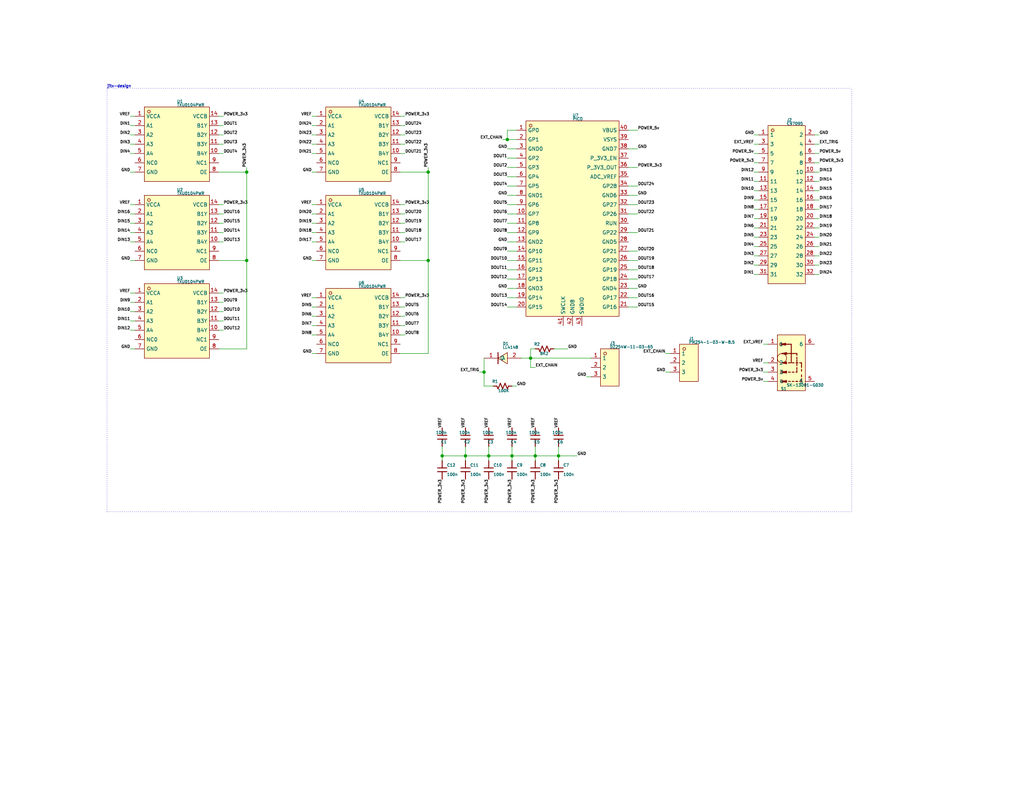
<source format=kicad_sch>
(kicad_sch (version 20230121) (generator jitx)
  (paper "A")
  (wire (pts (xy 59.69 95.25) (xy 67.31 95.25)) (stroke (width 0.127)))
  (wire (pts (xy 59.69 71.12) (xy 67.31 71.12)) (stroke (width 0.127)))
  (wire (pts (xy 59.69 46.99) (xy 67.31 46.99)) (stroke (width 0.127)))
  (wire (pts (xy 67.31 95.25) (xy 67.31 71.12)) (stroke (width 0.127)))
  (wire (pts (xy 67.31 46.99) (xy 67.31 45.72)) (stroke (width 0.127)))
  (wire (pts (xy 67.31 71.12) (xy 67.31 46.99)) (stroke (width 0.127)))
  (wire (pts (xy 59.69 66.04) (xy 60.96 66.04)) (stroke (width 0.127)))
  (wire (pts (xy 59.69 63.5) (xy 60.96 63.5)) (stroke (width 0.127)))
  (wire (pts (xy 59.69 60.96) (xy 60.96 60.96)) (stroke (width 0.127)))
  (wire (pts (xy 59.69 58.42) (xy 60.96 58.42)) (stroke (width 0.127)))
  (wire (pts (xy 35.56 55.88) (xy 36.83 55.88)) (stroke (width 0.127)))
  (wire (pts (xy 59.69 55.88) (xy 60.96 55.88)) (stroke (width 0.127)))
  (wire (pts (xy 35.56 58.42) (xy 36.83 58.42)) (stroke (width 0.127)))
  (wire (pts (xy 35.56 60.96) (xy 36.83 60.96)) (stroke (width 0.127)))
  (wire (pts (xy 35.56 63.5) (xy 36.83 63.5)) (stroke (width 0.127)))
  (wire (pts (xy 35.56 66.04) (xy 36.83 66.04)) (stroke (width 0.127)))
  (wire (pts (xy 35.56 71.12) (xy 36.83 71.12)) (stroke (width 0.127)))
  (wire (pts (xy 35.56 39.37) (xy 36.83 39.37)) (stroke (width 0.127)))
  (wire (pts (xy 35.56 41.91) (xy 36.83 41.91)) (stroke (width 0.127)))
  (wire (pts (xy 59.69 41.91) (xy 60.96 41.91)) (stroke (width 0.127)))
  (wire (pts (xy 59.69 39.37) (xy 60.96 39.37)) (stroke (width 0.127)))
  (wire (pts (xy 59.69 36.83) (xy 60.96 36.83)) (stroke (width 0.127)))
  (wire (pts (xy 59.69 34.29) (xy 60.96 34.29)) (stroke (width 0.127)))
  (wire (pts (xy 35.56 46.99) (xy 36.83 46.99)) (stroke (width 0.127)))
  (wire (pts (xy 59.69 31.75) (xy 60.96 31.75)) (stroke (width 0.127)))
  (wire (pts (xy 35.56 31.75) (xy 36.83 31.75)) (stroke (width 0.127)))
  (wire (pts (xy 35.56 34.29) (xy 36.83 34.29)) (stroke (width 0.127)))
  (wire (pts (xy 35.56 36.83) (xy 36.83 36.83)) (stroke (width 0.127)))
  (wire (pts (xy 59.69 82.55) (xy 60.96 82.55)) (stroke (width 0.127)))
  (wire (pts (xy 35.56 95.25) (xy 36.83 95.25)) (stroke (width 0.127)))
  (wire (pts (xy 59.69 80.01) (xy 60.96 80.01)) (stroke (width 0.127)))
  (wire (pts (xy 35.56 80.01) (xy 36.83 80.01)) (stroke (width 0.127)))
  (wire (pts (xy 35.56 90.17) (xy 36.83 90.17)) (stroke (width 0.127)))
  (wire (pts (xy 35.56 82.55) (xy 36.83 82.55)) (stroke (width 0.127)))
  (wire (pts (xy 35.56 85.09) (xy 36.83 85.09)) (stroke (width 0.127)))
  (wire (pts (xy 35.56 87.63) (xy 36.83 87.63)) (stroke (width 0.127)))
  (wire (pts (xy 59.69 90.17) (xy 60.96 90.17)) (stroke (width 0.127)))
  (wire (pts (xy 59.69 87.63) (xy 60.96 87.63)) (stroke (width 0.127)))
  (wire (pts (xy 59.69 85.09) (xy 60.96 85.09)) (stroke (width 0.127)))
  (wire (pts (xy 109.22 71.12) (xy 116.84 71.12)) (stroke (width 0.127)))
  (wire (pts (xy 109.22 96.52) (xy 116.84 96.52)) (stroke (width 0.127)))
  (wire (pts (xy 109.22 46.99) (xy 116.84 46.99)) (stroke (width 0.127)))
  (wire (pts (xy 116.84 96.52) (xy 116.84 71.12)) (stroke (width 0.127)))
  (wire (pts (xy 116.84 71.12) (xy 116.84 46.99)) (stroke (width 0.127)))
  (wire (pts (xy 116.84 46.99) (xy 116.84 45.72)) (stroke (width 0.127)))
  (wire (pts (xy 85.09 39.37) (xy 86.36 39.37)) (stroke (width 0.127)))
  (wire (pts (xy 85.09 41.91) (xy 86.36 41.91)) (stroke (width 0.127)))
  (wire (pts (xy 109.22 41.91) (xy 110.49 41.91)) (stroke (width 0.127)))
  (wire (pts (xy 109.22 39.37) (xy 110.49 39.37)) (stroke (width 0.127)))
  (wire (pts (xy 109.22 58.42) (xy 110.49 58.42)) (stroke (width 0.127)))
  (wire (pts (xy 109.22 55.88) (xy 110.49 55.88)) (stroke (width 0.127)))
  (wire (pts (xy 85.09 55.88) (xy 86.36 55.88)) (stroke (width 0.127)))
  (wire (pts (xy 85.09 58.42) (xy 86.36 58.42)) (stroke (width 0.127)))
  (wire (pts (xy 85.09 60.96) (xy 86.36 60.96)) (stroke (width 0.127)))
  (wire (pts (xy 85.09 63.5) (xy 86.36 63.5)) (stroke (width 0.127)))
  (wire (pts (xy 85.09 66.04) (xy 86.36 66.04)) (stroke (width 0.127)))
  (wire (pts (xy 109.22 66.04) (xy 110.49 66.04)) (stroke (width 0.127)))
  (wire (pts (xy 109.22 63.5) (xy 110.49 63.5)) (stroke (width 0.127)))
  (wire (pts (xy 85.09 71.12) (xy 86.36 71.12)) (stroke (width 0.127)))
  (wire (pts (xy 109.22 60.96) (xy 110.49 60.96)) (stroke (width 0.127)))
  (wire (pts (xy 85.09 88.9) (xy 86.36 88.9)) (stroke (width 0.127)))
  (wire (pts (xy 85.09 91.44) (xy 86.36 91.44)) (stroke (width 0.127)))
  (wire (pts (xy 85.09 81.28) (xy 86.36 81.28)) (stroke (width 0.127)))
  (wire (pts (xy 109.22 81.28) (xy 110.49 81.28)) (stroke (width 0.127)))
  (wire (pts (xy 109.22 91.44) (xy 110.49 91.44)) (stroke (width 0.127)))
  (wire (pts (xy 109.22 88.9) (xy 110.49 88.9)) (stroke (width 0.127)))
  (wire (pts (xy 109.22 36.83) (xy 110.49 36.83)) (stroke (width 0.127)))
  (wire (pts (xy 109.22 86.36) (xy 110.49 86.36)) (stroke (width 0.127)))
  (wire (pts (xy 109.22 34.29) (xy 110.49 34.29)) (stroke (width 0.127)))
  (wire (pts (xy 109.22 83.82) (xy 110.49 83.82)) (stroke (width 0.127)))
  (wire (pts (xy 85.09 46.99) (xy 86.36 46.99)) (stroke (width 0.127)))
  (wire (pts (xy 85.09 96.52) (xy 86.36 96.52)) (stroke (width 0.127)))
  (wire (pts (xy 85.09 83.82) (xy 86.36 83.82)) (stroke (width 0.127)))
  (wire (pts (xy 109.22 31.75) (xy 110.49 31.75)) (stroke (width 0.127)))
  (wire (pts (xy 85.09 86.36) (xy 86.36 86.36)) (stroke (width 0.127)))
  (wire (pts (xy 85.09 31.75) (xy 86.36 31.75)) (stroke (width 0.127)))
  (wire (pts (xy 85.09 34.29) (xy 86.36 34.29)) (stroke (width 0.127)))
  (wire (pts (xy 85.09 36.83) (xy 86.36 36.83)) (stroke (width 0.127)))
  (wire (pts (xy 205.74 46.99) (xy 207.01 46.99)) (stroke (width 0.127)))
  (wire (pts (xy 205.74 57.15) (xy 207.01 57.15)) (stroke (width 0.127)))
  (wire (pts (xy 222.25 64.77) (xy 223.52 64.77)) (stroke (width 0.127)))
  (wire (pts (xy 222.25 41.91) (xy 223.52 41.91)) (stroke (width 0.127)))
  (wire (pts (xy 222.25 46.99) (xy 223.52 46.99)) (stroke (width 0.127)))
  (wire (pts (xy 222.25 44.45) (xy 223.52 44.45)) (stroke (width 0.127)))
  (wire (pts (xy 205.74 59.69) (xy 207.01 59.69)) (stroke (width 0.127)))
  (wire (pts (xy 222.25 59.69) (xy 223.52 59.69)) (stroke (width 0.127)))
  (wire (pts (xy 222.25 36.83) (xy 223.52 36.83)) (stroke (width 0.127)))
  (wire (pts (xy 205.74 67.31) (xy 207.01 67.31)) (stroke (width 0.127)))
  (wire (pts (xy 205.74 74.93) (xy 207.01 74.93)) (stroke (width 0.127)))
  (wire (pts (xy 222.25 67.31) (xy 223.52 67.31)) (stroke (width 0.127)))
  (wire (pts (xy 205.74 49.53) (xy 207.01 49.53)) (stroke (width 0.127)))
  (wire (pts (xy 205.74 69.85) (xy 207.01 69.85)) (stroke (width 0.127)))
  (wire (pts (xy 205.74 62.23) (xy 207.01 62.23)) (stroke (width 0.127)))
  (wire (pts (xy 222.25 62.23) (xy 223.52 62.23)) (stroke (width 0.127)))
  (wire (pts (xy 222.25 49.53) (xy 223.52 49.53)) (stroke (width 0.127)))
  (wire (pts (xy 205.74 54.61) (xy 207.01 54.61)) (stroke (width 0.127)))
  (wire (pts (xy 205.74 64.77) (xy 207.01 64.77)) (stroke (width 0.127)))
  (wire (pts (xy 205.74 52.07) (xy 207.01 52.07)) (stroke (width 0.127)))
  (wire (pts (xy 222.25 72.39) (xy 223.52 72.39)) (stroke (width 0.127)))
  (wire (pts (xy 222.25 54.61) (xy 223.52 54.61)) (stroke (width 0.127)))
  (wire (pts (xy 205.74 44.45) (xy 207.01 44.45)) (stroke (width 0.127)))
  (wire (pts (xy 222.25 39.37) (xy 223.52 39.37)) (stroke (width 0.127)))
  (wire (pts (xy 205.74 72.39) (xy 207.01 72.39)) (stroke (width 0.127)))
  (wire (pts (xy 205.74 36.83) (xy 207.01 36.83)) (stroke (width 0.127)))
  (wire (pts (xy 222.25 69.85) (xy 223.52 69.85)) (stroke (width 0.127)))
  (wire (pts (xy 222.25 74.93) (xy 223.52 74.93)) (stroke (width 0.127)))
  (wire (pts (xy 205.74 39.37) (xy 207.01 39.37)) (stroke (width 0.127)))
  (wire (pts (xy 205.74 41.91) (xy 207.01 41.91)) (stroke (width 0.127)))
  (wire (pts (xy 222.25 52.07) (xy 223.52 52.07)) (stroke (width 0.127)))
  (wire (pts (xy 222.25 57.15) (xy 223.52 57.15)) (stroke (width 0.127)))
  (wire (pts (xy 151.13 95.25) (xy 154.94 95.25)) (stroke (width 0.127)))
  (wire (pts (xy 132.08 105.41) (xy 134.62 105.41)) (stroke (width 0.127)))
  (wire (pts (xy 130.81 101.6) (xy 132.08 101.6)) (stroke (width 0.127)))
  (wire (pts (xy 132.08 101.6) (xy 132.08 97.79)) (stroke (width 0.127)))
  (wire (pts (xy 132.08 105.41) (xy 132.08 101.6)) (stroke (width 0.127)))
  (wire (pts (xy 139.7 105.41) (xy 140.97 105.41)) (stroke (width 0.127)))
  (wire (pts (xy 142.24 97.79) (xy 144.78 97.79)) (stroke (width 0.127)))
  (wire (pts (xy 144.78 95.25) (xy 146.05 95.25)) (stroke (width 0.127)))
  (wire (pts (xy 144.78 100.33) (xy 146.05 100.33)) (stroke (width 0.127)))
  (wire (pts (xy 144.78 97.79) (xy 161.29 97.79)) (stroke (width 0.127)))
  (wire (pts (xy 144.78 97.79) (xy 144.78 95.25)) (stroke (width 0.127)))
  (wire (pts (xy 144.78 100.33) (xy 144.78 97.79)) (stroke (width 0.127)))
  (wire (pts (xy 160.02 102.87) (xy 161.29 102.87)) (stroke (width 0.127)))
  (wire (pts (xy 181.61 101.6) (xy 182.88 101.6)) (stroke (width 0.127)))
  (wire (pts (xy 181.61 96.52) (xy 182.88 96.52)) (stroke (width 0.127)))
  (wire (pts (xy 208.28 99.06) (xy 209.55 99.06)) (stroke (width 0.127)))
  (wire (pts (xy 208.28 101.6) (xy 209.55 101.6)) (stroke (width 0.127)))
  (wire (pts (xy 208.28 104.14) (xy 209.55 104.14)) (stroke (width 0.127)))
  (wire (pts (xy 208.28 93.98) (xy 209.55 93.98)) (stroke (width 0.127)))
  (wire (pts (xy 172.72 40.64) (xy 173.99 40.64)) (stroke (width 0.127)))
  (wire (pts (xy 172.72 58.42) (xy 173.99 58.42)) (stroke (width 0.127)))
  (wire (pts (xy 172.72 78.74) (xy 173.99 78.74)) (stroke (width 0.127)))
  (wire (pts (xy 172.72 63.5) (xy 173.99 63.5)) (stroke (width 0.127)))
  (wire (pts (xy 172.72 53.34) (xy 173.99 53.34)) (stroke (width 0.127)))
  (wire (pts (xy 172.72 68.58) (xy 173.99 68.58)) (stroke (width 0.127)))
  (wire (pts (xy 172.72 71.12) (xy 173.99 71.12)) (stroke (width 0.127)))
  (wire (pts (xy 138.43 40.64) (xy 139.7 40.64)) (stroke (width 0.127)))
  (wire (pts (xy 172.72 73.66) (xy 173.99 73.66)) (stroke (width 0.127)))
  (wire (pts (xy 138.43 53.34) (xy 139.7 53.34)) (stroke (width 0.127)))
  (wire (pts (xy 138.43 66.04) (xy 139.7 66.04)) (stroke (width 0.127)))
  (wire (pts (xy 172.72 76.2) (xy 173.99 76.2)) (stroke (width 0.127)))
  (wire (pts (xy 172.72 81.28) (xy 173.99 81.28)) (stroke (width 0.127)))
  (wire (pts (xy 172.72 83.82) (xy 173.99 83.82)) (stroke (width 0.127)))
  (wire (pts (xy 138.43 83.82) (xy 139.7 83.82)) (stroke (width 0.127)))
  (wire (pts (xy 138.43 81.28) (xy 139.7 81.28)) (stroke (width 0.127)))
  (wire (pts (xy 138.43 76.2) (xy 139.7 76.2)) (stroke (width 0.127)))
  (wire (pts (xy 138.43 73.66) (xy 139.7 73.66)) (stroke (width 0.127)))
  (wire (pts (xy 138.43 71.12) (xy 139.7 71.12)) (stroke (width 0.127)))
  (wire (pts (xy 138.43 38.1) (xy 139.7 38.1)) (stroke (width 0.127)))
  (wire (pts (xy 138.43 35.56) (xy 139.7 35.56)) (stroke (width 0.127)))
  (wire (pts (xy 137.16 38.1) (xy 138.43 38.1)) (stroke (width 0.127)))
  (wire (pts (xy 138.43 38.1) (xy 138.43 35.56)) (stroke (width 0.127)))
  (wire (pts (xy 138.43 68.58) (xy 139.7 68.58)) (stroke (width 0.127)))
  (wire (pts (xy 138.43 63.5) (xy 139.7 63.5)) (stroke (width 0.127)))
  (wire (pts (xy 138.43 60.96) (xy 139.7 60.96)) (stroke (width 0.127)))
  (wire (pts (xy 172.72 45.72) (xy 173.99 45.72)) (stroke (width 0.127)))
  (wire (pts (xy 138.43 58.42) (xy 139.7 58.42)) (stroke (width 0.127)))
  (wire (pts (xy 138.43 55.88) (xy 139.7 55.88)) (stroke (width 0.127)))
  (wire (pts (xy 138.43 50.8) (xy 139.7 50.8)) (stroke (width 0.127)))
  (wire (pts (xy 138.43 48.26) (xy 139.7 48.26)) (stroke (width 0.127)))
  (wire (pts (xy 138.43 45.72) (xy 139.7 45.72)) (stroke (width 0.127)))
  (wire (pts (xy 138.43 43.18) (xy 139.7 43.18)) (stroke (width 0.127)))
  (wire (pts (xy 172.72 35.56) (xy 173.99 35.56)) (stroke (width 0.127)))
  (wire (pts (xy 172.72 50.8) (xy 173.99 50.8)) (stroke (width 0.127)))
  (wire (pts (xy 172.72 55.88) (xy 173.99 55.88)) (stroke (width 0.127)))
  (wire (pts (xy 138.43 78.74) (xy 139.7 78.74)) (stroke (width 0.127)))
  (wire (pts (xy 152.4 124.46) (xy 157.48 124.46)) (stroke (width 0.127)))
  (wire (pts (xy 146.05 124.46) (xy 152.4 124.46)) (stroke (width 0.127)))
  (wire (pts (xy 139.7 124.46) (xy 146.05 124.46)) (stroke (width 0.127)))
  (wire (pts (xy 127.0 124.46) (xy 133.35 124.46)) (stroke (width 0.127)))
  (wire (pts (xy 120.65 124.46) (xy 127.0 124.46)) (stroke (width 0.127)))
  (wire (pts (xy 133.35 124.46) (xy 139.7 124.46)) (stroke (width 0.127)))
  (wire (pts (xy 127.0 124.46) (xy 127.0 121.92)) (stroke (width 0.127)))
  (wire (pts (xy 152.4 125.73) (xy 152.4 124.46)) (stroke (width 0.127)))
  (wire (pts (xy 133.35 125.73) (xy 133.35 124.46)) (stroke (width 0.127)))
  (wire (pts (xy 146.05 125.73) (xy 146.05 124.46)) (stroke (width 0.127)))
  (wire (pts (xy 146.05 124.46) (xy 146.05 121.92)) (stroke (width 0.127)))
  (wire (pts (xy 133.35 124.46) (xy 133.35 121.92)) (stroke (width 0.127)))
  (wire (pts (xy 120.65 125.73) (xy 120.65 124.46)) (stroke (width 0.127)))
  (wire (pts (xy 152.4 124.46) (xy 152.4 121.92)) (stroke (width 0.127)))
  (wire (pts (xy 139.7 125.73) (xy 139.7 124.46)) (stroke (width 0.127)))
  (wire (pts (xy 127.0 125.73) (xy 127.0 124.46)) (stroke (width 0.127)))
  (wire (pts (xy 139.7 124.46) (xy 139.7 121.92)) (stroke (width 0.127)))
  (wire (pts (xy 120.65 124.46) (xy 120.65 121.92)) (stroke (width 0.127)))
  (wire (pts (xy 139.7 35.56) (xy 140.97 35.56)) (stroke (width 0.127)))
  (wire (pts (xy 139.7 38.1) (xy 140.97 38.1)) (stroke (width 0.127)))
  (wire (pts (xy 139.7 40.64) (xy 140.97 40.64)) (stroke (width 0.127)))
  (wire (pts (xy 139.7 43.18) (xy 140.97 43.18)) (stroke (width 0.127)))
  (wire (pts (xy 139.7 45.72) (xy 140.97 45.72)) (stroke (width 0.127)))
  (wire (pts (xy 139.7 48.26) (xy 140.97 48.26)) (stroke (width 0.127)))
  (wire (pts (xy 139.7 50.8) (xy 140.97 50.8)) (stroke (width 0.127)))
  (wire (pts (xy 139.7 53.34) (xy 140.97 53.34)) (stroke (width 0.127)))
  (wire (pts (xy 139.7 55.88) (xy 140.97 55.88)) (stroke (width 0.127)))
  (wire (pts (xy 139.7 58.42) (xy 140.97 58.42)) (stroke (width 0.127)))
  (wire (pts (xy 139.7 60.96) (xy 140.97 60.96)) (stroke (width 0.127)))
  (wire (pts (xy 139.7 63.5) (xy 140.97 63.5)) (stroke (width 0.127)))
  (wire (pts (xy 139.7 66.04) (xy 140.97 66.04)) (stroke (width 0.127)))
  (wire (pts (xy 139.7 68.58) (xy 140.97 68.58)) (stroke (width 0.127)))
  (wire (pts (xy 139.7 71.12) (xy 140.97 71.12)) (stroke (width 0.127)))
  (wire (pts (xy 139.7 73.66) (xy 140.97 73.66)) (stroke (width 0.127)))
  (wire (pts (xy 139.7 76.2) (xy 140.97 76.2)) (stroke (width 0.127)))
  (wire (pts (xy 139.7 78.74) (xy 140.97 78.74)) (stroke (width 0.127)))
  (wire (pts (xy 139.7 81.28) (xy 140.97 81.28)) (stroke (width 0.127)))
  (wire (pts (xy 139.7 83.82) (xy 140.97 83.82)) (stroke (width 0.127)))
  (wire (pts (xy 171.45 83.82) (xy 172.72 83.82)) (stroke (width 0.127)))
  (wire (pts (xy 171.45 81.28) (xy 172.72 81.28)) (stroke (width 0.127)))
  (wire (pts (xy 171.45 78.74) (xy 172.72 78.74)) (stroke (width 0.127)))
  (wire (pts (xy 171.45 76.2) (xy 172.72 76.2)) (stroke (width 0.127)))
  (wire (pts (xy 171.45 73.66) (xy 172.72 73.66)) (stroke (width 0.127)))
  (wire (pts (xy 171.45 71.12) (xy 172.72 71.12)) (stroke (width 0.127)))
  (wire (pts (xy 171.45 68.58) (xy 172.72 68.58)) (stroke (width 0.127)))
  (wire (pts (xy 171.45 63.5) (xy 172.72 63.5)) (stroke (width 0.127)))
  (wire (pts (xy 171.45 58.42) (xy 172.72 58.42)) (stroke (width 0.127)))
  (wire (pts (xy 171.45 55.88) (xy 172.72 55.88)) (stroke (width 0.127)))
  (wire (pts (xy 171.45 53.34) (xy 172.72 53.34)) (stroke (width 0.127)))
  (wire (pts (xy 171.45 50.8) (xy 172.72 50.8)) (stroke (width 0.127)))
  (wire (pts (xy 171.45 45.72) (xy 172.72 45.72)) (stroke (width 0.127)))
  (wire (pts (xy 171.45 40.64) (xy 172.72 40.64)) (stroke (width 0.127)))
  (wire (pts (xy 171.45 35.56) (xy 172.72 35.56)) (stroke (width 0.127)))
  (polyline (pts (xy 29.21 24.13) (xy 232.41 24.13)) (stroke (width 0.127) (type dot)))
  (polyline (pts (xy 29.21 139.7) (xy 232.41 139.7)) (stroke (width 0.127) (type dot)))
  (polyline (pts (xy 29.21 139.7) (xy 29.21 24.13)) (stroke (width 0.127) (type dot)))
  (polyline (pts (xy 232.41 139.7) (xy 232.41 24.13)) (stroke (width 0.127) (type dot)))
  (junction (at 67.31 71.12) (diameter 0.762))
  (junction (at 67.31 46.99) (diameter 0.762))
  (junction (at 116.84 71.12) (diameter 0.762))
  (junction (at 116.84 46.99) (diameter 0.762))
  (junction (at 132.08 101.6) (diameter 0.762))
  (junction (at 144.78 97.79) (diameter 0.762))
  (junction (at 138.43 38.1) (diameter 0.762))
  (junction (at 146.05 124.46) (diameter 0.762))
  (junction (at 152.4 124.46) (diameter 0.762))
  (junction (at 127.0 124.46) (diameter 0.762))
  (junction (at 133.35 124.46) (diameter 0.762))
  (junction (at 120.65 124.46) (diameter 0.762))
  (junction (at 139.7 124.46) (diameter 0.762))
  (text "jitx-design" (at 29.21 24.13 0) (effects (font (size 0.762 0.762)) (justify left bottom)))
  (label "POWER_3v3" (at 67.31 45.72 90) (effects (font (size 0.762 0.762))))
  (label "DOUT13" (at 60.96 66.04 0) (effects (font (size 0.762 0.762))))
  (label "DOUT14" (at 60.96 63.5 0) (effects (font (size 0.762 0.762))))
  (label "DOUT15" (at 60.96 60.96 0) (effects (font (size 0.762 0.762))))
  (label "DOUT16" (at 60.96 58.42 0) (effects (font (size 0.762 0.762))))
  (label "VREF" (at 35.56 55.88 180) (effects (font (size 0.762 0.762))))
  (label "POWER_3v3" (at 60.96 55.88 0) (effects (font (size 0.762 0.762))))
  (label "DIN16" (at 35.56 58.42 180) (effects (font (size 0.762 0.762))))
  (label "DIN15" (at 35.56 60.96 180) (effects (font (size 0.762 0.762))))
  (label "DIN14" (at 35.56 63.5 180) (effects (font (size 0.762 0.762))))
  (label "DIN13" (at 35.56 66.04 180) (effects (font (size 0.762 0.762))))
  (label "GND" (at 35.56 71.12 180) (effects (font (size 0.762 0.762))))
  (label "DIN3" (at 35.56 39.37 180) (effects (font (size 0.762 0.762))))
  (label "DIN4" (at 35.56 41.91 180) (effects (font (size 0.762 0.762))))
  (label "DOUT4" (at 60.96 41.91 0) (effects (font (size 0.762 0.762))))
  (label "DOUT3" (at 60.96 39.37 0) (effects (font (size 0.762 0.762))))
  (label "DOUT2" (at 60.96 36.83 0) (effects (font (size 0.762 0.762))))
  (label "DOUT1" (at 60.96 34.29 0) (effects (font (size 0.762 0.762))))
  (label "GND" (at 35.56 46.99 180) (effects (font (size 0.762 0.762))))
  (label "POWER_3v3" (at 60.96 31.75 0) (effects (font (size 0.762 0.762))))
  (label "VREF" (at 35.56 31.75 180) (effects (font (size 0.762 0.762))))
  (label "DIN1" (at 35.56 34.29 180) (effects (font (size 0.762 0.762))))
  (label "DIN2" (at 35.56 36.83 180) (effects (font (size 0.762 0.762))))
  (label "DOUT9" (at 60.96 82.55 0) (effects (font (size 0.762 0.762))))
  (label "GND" (at 35.56 95.25 180) (effects (font (size 0.762 0.762))))
  (label "POWER_3v3" (at 60.96 80.01 0) (effects (font (size 0.762 0.762))))
  (label "VREF" (at 35.56 80.01 180) (effects (font (size 0.762 0.762))))
  (label "DIN12" (at 35.56 90.17 180) (effects (font (size 0.762 0.762))))
  (label "DIN9" (at 35.56 82.55 180) (effects (font (size 0.762 0.762))))
  (label "DIN10" (at 35.56 85.09 180) (effects (font (size 0.762 0.762))))
  (label "DIN11" (at 35.56 87.63 180) (effects (font (size 0.762 0.762))))
  (label "DOUT12" (at 60.96 90.17 0) (effects (font (size 0.762 0.762))))
  (label "DOUT11" (at 60.96 87.63 0) (effects (font (size 0.762 0.762))))
  (label "DOUT10" (at 60.96 85.09 0) (effects (font (size 0.762 0.762))))
  (label "POWER_3v3" (at 116.84 45.72 90) (effects (font (size 0.762 0.762))))
  (label "DIN22" (at 85.09 39.37 180) (effects (font (size 0.762 0.762))))
  (label "DIN21" (at 85.09 41.91 180) (effects (font (size 0.762 0.762))))
  (label "DOUT21" (at 110.49 41.91 0) (effects (font (size 0.762 0.762))))
  (label "DOUT22" (at 110.49 39.37 0) (effects (font (size 0.762 0.762))))
  (label "DOUT20" (at 110.49 58.42 0) (effects (font (size 0.762 0.762))))
  (label "POWER_3v3" (at 110.49 55.88 0) (effects (font (size 0.762 0.762))))
  (label "VREF" (at 85.09 55.88 180) (effects (font (size 0.762 0.762))))
  (label "DIN20" (at 85.09 58.42 180) (effects (font (size 0.762 0.762))))
  (label "DIN19" (at 85.09 60.96 180) (effects (font (size 0.762 0.762))))
  (label "DIN18" (at 85.09 63.5 180) (effects (font (size 0.762 0.762))))
  (label "DIN17" (at 85.09 66.04 180) (effects (font (size 0.762 0.762))))
  (label "DOUT17" (at 110.49 66.04 0) (effects (font (size 0.762 0.762))))
  (label "DOUT18" (at 110.49 63.5 0) (effects (font (size 0.762 0.762))))
  (label "GND" (at 85.09 71.12 180) (effects (font (size 0.762 0.762))))
  (label "DOUT19" (at 110.49 60.96 0) (effects (font (size 0.762 0.762))))
  (label "DIN7" (at 85.09 88.9 180) (effects (font (size 0.762 0.762))))
  (label "DIN8" (at 85.09 91.44 180) (effects (font (size 0.762 0.762))))
  (label "VREF" (at 85.09 81.28 180) (effects (font (size 0.762 0.762))))
  (label "POWER_3v3" (at 110.49 81.28 0) (effects (font (size 0.762 0.762))))
  (label "DOUT8" (at 110.49 91.44 0) (effects (font (size 0.762 0.762))))
  (label "DOUT7" (at 110.49 88.9 0) (effects (font (size 0.762 0.762))))
  (label "DOUT23" (at 110.49 36.83 0) (effects (font (size 0.762 0.762))))
  (label "DOUT6" (at 110.49 86.36 0) (effects (font (size 0.762 0.762))))
  (label "DOUT24" (at 110.49 34.29 0) (effects (font (size 0.762 0.762))))
  (label "DOUT5" (at 110.49 83.82 0) (effects (font (size 0.762 0.762))))
  (label "GND" (at 85.09 46.99 180) (effects (font (size 0.762 0.762))))
  (label "GND" (at 85.09 96.52 180) (effects (font (size 0.762 0.762))))
  (label "DIN5" (at 85.09 83.82 180) (effects (font (size 0.762 0.762))))
  (label "POWER_3v3" (at 110.49 31.75 0) (effects (font (size 0.762 0.762))))
  (label "DIN6" (at 85.09 86.36 180) (effects (font (size 0.762 0.762))))
  (label "VREF" (at 85.09 31.75 180) (effects (font (size 0.762 0.762))))
  (label "DIN24" (at 85.09 34.29 180) (effects (font (size 0.762 0.762))))
  (label "DIN23" (at 85.09 36.83 180) (effects (font (size 0.762 0.762))))
  (label "DIN12" (at 205.74 46.99 180) (effects (font (size 0.762 0.762))))
  (label "DIN8" (at 205.74 57.15 180) (effects (font (size 0.762 0.762))))
  (label "DIN20" (at 223.52 64.77 0) (effects (font (size 0.762 0.762))))
  (label "POWER_5v" (at 223.52 41.91 0) (effects (font (size 0.762 0.762))))
  (label "DIN13" (at 223.52 46.99 0) (effects (font (size 0.762 0.762))))
  (label "POWER_3v3" (at 223.52 44.45 0) (effects (font (size 0.762 0.762))))
  (label "DIN7" (at 205.74 59.69 180) (effects (font (size 0.762 0.762))))
  (label "DIN18" (at 223.52 59.69 0) (effects (font (size 0.762 0.762))))
  (label "GND" (at 223.52 36.83 0) (effects (font (size 0.762 0.762))))
  (label "DIN4" (at 205.74 67.31 180) (effects (font (size 0.762 0.762))))
  (label "DIN1" (at 205.74 74.93 180) (effects (font (size 0.762 0.762))))
  (label "DIN21" (at 223.52 67.31 0) (effects (font (size 0.762 0.762))))
  (label "DIN11" (at 205.74 49.53 180) (effects (font (size 0.762 0.762))))
  (label "DIN3" (at 205.74 69.85 180) (effects (font (size 0.762 0.762))))
  (label "DIN6" (at 205.74 62.23 180) (effects (font (size 0.762 0.762))))
  (label "DIN19" (at 223.52 62.23 0) (effects (font (size 0.762 0.762))))
  (label "DIN14" (at 223.52 49.53 0) (effects (font (size 0.762 0.762))))
  (label "DIN9" (at 205.74 54.61 180) (effects (font (size 0.762 0.762))))
  (label "DIN5" (at 205.74 64.77 180) (effects (font (size 0.762 0.762))))
  (label "DIN10" (at 205.74 52.07 180) (effects (font (size 0.762 0.762))))
  (label "DIN23" (at 223.52 72.39 0) (effects (font (size 0.762 0.762))))
  (label "DIN16" (at 223.52 54.61 0) (effects (font (size 0.762 0.762))))
  (label "POWER_3v3" (at 205.74 44.45 180) (effects (font (size 0.762 0.762))))
  (label "EXT_TRIG" (at 223.52 39.37 0) (effects (font (size 0.762 0.762))))
  (label "DIN2" (at 205.74 72.39 180) (effects (font (size 0.762 0.762))))
  (label "GND" (at 205.74 36.83 180) (effects (font (size 0.762 0.762))))
  (label "DIN22" (at 223.52 69.85 0) (effects (font (size 0.762 0.762))))
  (label "DIN24" (at 223.52 74.93 0) (effects (font (size 0.762 0.762))))
  (label "EXT_VREF" (at 205.74 39.37 180) (effects (font (size 0.762 0.762))))
  (label "POWER_5v" (at 205.74 41.91 180) (effects (font (size 0.762 0.762))))
  (label "DIN15" (at 223.52 52.07 0) (effects (font (size 0.762 0.762))))
  (label "DIN17" (at 223.52 57.15 0) (effects (font (size 0.762 0.762))))
  (label "GND" (at 154.94 95.25 0) (effects (font (size 0.762 0.762))))
  (label "EXT_TRIG" (at 130.81 101.6 180) (effects (font (size 0.762 0.762))))
  (label "GND" (at 140.97 105.41 0) (effects (font (size 0.762 0.762))))
  (label "EXT_CHAIN" (at 146.05 100.33 0) (effects (font (size 0.762 0.762))))
  (label "GND" (at 160.02 102.87 180) (effects (font (size 0.762 0.762))))
  (label "GND" (at 181.61 101.6 180) (effects (font (size 0.762 0.762))))
  (label "EXT_CHAIN" (at 181.61 96.52 180) (effects (font (size 0.762 0.762))))
  (label "VREF" (at 208.28 99.06 180) (effects (font (size 0.762 0.762))))
  (label "POWER_3v3" (at 208.28 101.6 180) (effects (font (size 0.762 0.762))))
  (label "POWER_5v" (at 208.28 104.14 180) (effects (font (size 0.762 0.762))))
  (label "EXT_VREF" (at 208.28 93.98 180) (effects (font (size 0.762 0.762))))
  (label "GND" (at 173.99 40.64 0) (effects (font (size 0.762 0.762))))
  (label "DOUT22" (at 173.99 58.42 0) (effects (font (size 0.762 0.762))))
  (label "GND" (at 173.99 78.74 0) (effects (font (size 0.762 0.762))))
  (label "DOUT21" (at 173.99 63.5 0) (effects (font (size 0.762 0.762))))
  (label "GND" (at 173.99 53.34 0) (effects (font (size 0.762 0.762))))
  (label "DOUT20" (at 173.99 68.58 0) (effects (font (size 0.762 0.762))))
  (label "DOUT19" (at 173.99 71.12 0) (effects (font (size 0.762 0.762))))
  (label "GND" (at 138.43 40.64 180) (effects (font (size 0.762 0.762))))
  (label "DOUT18" (at 173.99 73.66 0) (effects (font (size 0.762 0.762))))
  (label "GND" (at 138.43 53.34 180) (effects (font (size 0.762 0.762))))
  (label "GND" (at 138.43 66.04 180) (effects (font (size 0.762 0.762))))
  (label "DOUT17" (at 173.99 76.2 0) (effects (font (size 0.762 0.762))))
  (label "DOUT16" (at 173.99 81.28 0) (effects (font (size 0.762 0.762))))
  (label "DOUT15" (at 173.99 83.82 0) (effects (font (size 0.762 0.762))))
  (label "DOUT14" (at 138.43 83.82 180) (effects (font (size 0.762 0.762))))
  (label "DOUT13" (at 138.43 81.28 180) (effects (font (size 0.762 0.762))))
  (label "DOUT12" (at 138.43 76.2 180) (effects (font (size 0.762 0.762))))
  (label "DOUT11" (at 138.43 73.66 180) (effects (font (size 0.762 0.762))))
  (label "DOUT10" (at 138.43 71.12 180) (effects (font (size 0.762 0.762))))
  (label "EXT_CHAIN" (at 137.16 38.1 180) (effects (font (size 0.762 0.762))))
  (label "DOUT9" (at 138.43 68.58 180) (effects (font (size 0.762 0.762))))
  (label "DOUT8" (at 138.43 63.5 180) (effects (font (size 0.762 0.762))))
  (label "DOUT7" (at 138.43 60.96 180) (effects (font (size 0.762 0.762))))
  (label "POWER_3v3" (at 173.99 45.72 0) (effects (font (size 0.762 0.762))))
  (label "DOUT6" (at 138.43 58.42 180) (effects (font (size 0.762 0.762))))
  (label "DOUT5" (at 138.43 55.88 180) (effects (font (size 0.762 0.762))))
  (label "DOUT4" (at 138.43 50.8 180) (effects (font (size 0.762 0.762))))
  (label "DOUT3" (at 138.43 48.26 180) (effects (font (size 0.762 0.762))))
  (label "DOUT2" (at 138.43 45.72 180) (effects (font (size 0.762 0.762))))
  (label "DOUT1" (at 138.43 43.18 180) (effects (font (size 0.762 0.762))))
  (label "POWER_5v" (at 173.99 35.56 0) (effects (font (size 0.762 0.762))))
  (label "DOUT24" (at 173.99 50.8 0) (effects (font (size 0.762 0.762))))
  (label "DOUT23" (at 173.99 55.88 0) (effects (font (size 0.762 0.762))))
  (label "GND" (at 138.43 78.74 180) (effects (font (size 0.762 0.762))))
  (label "POWER_3v3" (at 127.0 130.81 270) (effects (font (size 0.762 0.762))))
  (label "VREF" (at 139.7 116.84 90) (effects (font (size 0.762 0.762))))
  (label "POWER_3v3" (at 120.65 130.81 270) (effects (font (size 0.762 0.762))))
  (label "POWER_3v3" (at 133.35 130.81 270) (effects (font (size 0.762 0.762))))
  (label "POWER_3v3" (at 139.7 130.81 270) (effects (font (size 0.762 0.762))))
  (label "POWER_3v3" (at 146.05 130.81 270) (effects (font (size 0.762 0.762))))
  (label "POWER_3v3" (at 152.4 130.81 270) (effects (font (size 0.762 0.762))))
  (label "VREF" (at 127.0 116.84 90) (effects (font (size 0.762 0.762))))
  (label "VREF" (at 152.4 116.84 90) (effects (font (size 0.762 0.762))))
  (label "VREF" (at 146.05 116.84 90) (effects (font (size 0.762 0.762))))
  (label "VREF" (at 133.35 116.84 90) (effects (font (size 0.762 0.762))))
  (label "VREF" (at 120.65 116.84 90) (effects (font (size 0.762 0.762))))
  (label "GND" (at 157.48 124.46 0) (effects (font (size 0.762 0.762))))
  (symbol (lib_id "my_capacitor_1") (at 127.0 128.27 0.0) (unit 1)
    (property "Reference" "C11" (at 128.27 127.0 0.0) (effects (font (size 0.762 0.762)) (justify left)))
    (property "Value" "100n" (at 128.27 129.54 0.0) (effects (font (size 0.762 0.762)) (justify left)))
    (property "Footprint" "jitx-design:Pkg0402_1" (effects hide))
    (property "Datasheet" "http://www.passivecomponent.com/wp-content/uploads/datasheet/WTC_MLCC_General_Purpose.pdf" (effects hide))
    (property "Name" "cap" (effects hide))
    (property "Description" "16V 100nF X5R ±20% 0402  Multilayer Ceramic Capacitors MLCC - SMD/SMT ROHS" (effects hide))
    (property "Manufacturer" "WALSIN" (effects hide))
    (property "MPN" "0402X104M160CT" (effects hide))
    (property "Reference-prefix" "C" (effects hide))
  )
  (symbol (lib_id "my_capacitor_4") (at 139.7 119.38 180.0) (unit 1)
    (property "Reference" "C4" (at 140.97 120.65 0.0) (effects (font (size 0.762 0.762)) (justify left)))
    (property "Value" "100n" (at 140.97 118.11 0.0) (effects (font (size 0.762 0.762)) (justify left)))
    (property "Footprint" "jitx-design:Pkg0402_6" (effects hide))
    (property "Datasheet" "http://www.passivecomponent.com/wp-content/uploads/datasheet/WTC_MLCC_General_Purpose.pdf" (effects hide))
    (property "Name" "cap" (effects hide))
    (property "Description" "16V 100nF X5R ±20% 0402  Multilayer Ceramic Capacitors MLCC - SMD/SMT ROHS" (effects hide))
    (property "Manufacturer" "WALSIN" (effects hide))
    (property "MPN" "0402X104M160CT" (effects hide))
    (property "Reference-prefix" "C" (effects hide))
  )
  (symbol (lib_id "C97095_1") (at 214.63 55.88 0.0) (unit 1)
    (property "Reference" "J2" (at 214.63 33.1789585979172 0.0) (effects (font (size 0.762 0.762)) (justify left bottom)))
    (property "Value" "C97095" (at 214.63 34.1789585979172 0.0) (effects (font (size 0.762 0.762)) (justify left bottom)))
    (property "Footprint" "jitx-design:HDR_TH_32P_P2_54_H_M_R2_C16_S2_54_1" (effects hide))
    (property "Datasheet" "https://datasheet.lcsc.com/lcsc/1912111436_BOOMELE-Boom-Precision-Elec-C97095_C97095.pdf" (effects hide))
    (property "Name" "J2" (effects hide))
    (property "Description" "Gold 3A Shrouded Square Pins 2.54mm 32P 6mm -55℃~+105℃ 2.54mm 双排 Black Brass 2x16P 2.54mm Push-Pull,P=2.54mm  Pin Headers ROHS" (effects hide))
    (property "Manufacturer" "BOOMELE" (effects hide))
    (property "MPN" "C97095" (effects hide))
    (property "Reference-prefix" "J" (effects hide))
  )
  (symbol (lib_id "my_capacitor_8") (at 139.7 128.27 0.0) (unit 1)
    (property "Reference" "C9" (at 140.97 127.0 0.0) (effects (font (size 0.762 0.762)) (justify left)))
    (property "Value" "100n" (at 140.97 129.54 0.0) (effects (font (size 0.762 0.762)) (justify left)))
    (property "Footprint" "jitx-design:Pkg0402_10" (effects hide))
    (property "Datasheet" "http://www.passivecomponent.com/wp-content/uploads/datasheet/WTC_MLCC_General_Purpose.pdf" (effects hide))
    (property "Name" "cap" (effects hide))
    (property "Description" "16V 100nF X5R ±20% 0402  Multilayer Ceramic Capacitors MLCC - SMD/SMT ROHS" (effects hide))
    (property "Manufacturer" "WALSIN" (effects hide))
    (property "MPN" "0402X104M160CT" (effects hide))
    (property "Reference-prefix" "C" (effects hide))
  )
  (symbol (lib_id "C2848875") (at 214.63 99.06 270.0) (unit 1)
    (property "Reference" "S1" (at 214.63 106.14001016002 90.0) (effects (font (size 0.762 0.762)) (justify right)))
    (property "Value" "SK-13D01-G030" (at 214.63 105.14001016002 90.0) (effects (font (size 0.762 0.762)) (justify left)))
    (property "Footprint" "jitx-design:SW_TH_SK_13D01_G030" (effects hide))
    (property "Datasheet" "https://datasheet.lcsc.com/lcsc/2108142330_G-Switch-SK-13D01-G030_C2848875.pdf" (effects hide))
    (property "Name" "J1" (effects hide))
    (property "Description" "Lying 1A 单刀三掷 24V Black 10000次 Plugin  Slide Switches ROHS" (effects hide))
    (property "Manufacturer" "G-Switch" (effects hide))
    (property "MPN" "SK-13D01-G030" (effects hide))
    (property "Reference-prefix" "S" (effects hide))
  )
  (symbol (lib_id "C2938871_3") (at 97.79 39.37 0.0) (unit 1)
    (property "Reference" "U4" (at 97.79 28.0989814579629 0.0) (effects (font (size 0.762 0.762)) (justify left bottom)))
    (property "Value" "TXU0104PWR" (at 97.79 29.0989814579629 0.0) (effects (font (size 0.762 0.762)) (justify left bottom)))
    (property "Footprint" "jitx-design:TSSOP_14_L5_0_W4_4_P0_65_LS6_4_BL_3" (effects hide))
    (property "Datasheet" "https://www.ti.com/cn/lit/gpn/txu0104" (effects hide))
    (property "Name" "shifter" (effects hide))
    (property "Description" "1.08V~5.5V 4 200Mbps 1.08V~5.5V TSSOP-14  Translators / Level Shifters ROHS" (effects hide))
    (property "Manufacturer" "Texas Instruments" (effects hide))
    (property "MPN" "TXU0104PWR" (effects hide))
    (property "Reference-prefix" "U" (effects hide))
  )
  (symbol (lib_id "C2897385") (at 187.96 99.06 0.0) (unit 1)
    (property "Reference" "J1" (at 187.96 92.8689916179832 0.0) (effects (font (size 0.762 0.762)) (justify left bottom)))
    (property "Value" "PM254-1-03-W-8.5" (at 187.96 93.8689916179832 0.0) (effects (font (size 0.762 0.762)) (justify left bottom)))
    (property "Footprint" "jitx-design:HDR_TH_3P_P2_54_H_F_W10_0_N" (effects hide))
    (property "Datasheet" "https://datasheet.lcsc.com/lcsc/2306091006_HCTL-PM254-1-03-W-8-5_C2897385.pdf" (effects hide))
    (property "Name" "J3" (effects hide))
    (property "Description" "2.54mm Plugin 3A 3P -40℃~+105℃ Shrouded 1x3P side 8.5mm Square Holes Push-Pull,P=2.54mm  Female Headers ROHS" (effects hide))
    (property "Manufacturer" "HCTL" (effects hide))
    (property "MPN" "PM254-1-03-W-8.5" (effects hide))
    (property "Reference-prefix" "J" (effects hide))
  )
  (symbol (lib_id "my_capacitor_10") (at 133.35 119.38 180.0) (unit 1)
    (property "Reference" "C3" (at 134.62 120.65 0.0) (effects (font (size 0.762 0.762)) (justify left)))
    (property "Value" "100n" (at 134.62 118.11 0.0) (effects (font (size 0.762 0.762)) (justify left)))
    (property "Footprint" "jitx-design:Pkg0402_12" (effects hide))
    (property "Datasheet" "http://www.passivecomponent.com/wp-content/uploads/datasheet/WTC_MLCC_General_Purpose.pdf" (effects hide))
    (property "Name" "cap" (effects hide))
    (property "Description" "16V 100nF X5R ±20% 0402  Multilayer Ceramic Capacitors MLCC - SMD/SMT ROHS" (effects hide))
    (property "Manufacturer" "WALSIN" (effects hide))
    (property "MPN" "0402X104M160CT" (effects hide))
    (property "Reference-prefix" "C" (effects hide))
  )
  (symbol (lib_id "my_capacitor_6") (at 146.05 128.27 0.0) (unit 1)
    (property "Reference" "C8" (at 147.32 127.0 0.0) (effects (font (size 0.762 0.762)) (justify left)))
    (property "Value" "100n" (at 147.32 129.54 0.0) (effects (font (size 0.762 0.762)) (justify left)))
    (property "Footprint" "jitx-design:Pkg0402_8" (effects hide))
    (property "Datasheet" "http://www.passivecomponent.com/wp-content/uploads/datasheet/WTC_MLCC_General_Purpose.pdf" (effects hide))
    (property "Name" "cap" (effects hide))
    (property "Description" "16V 100nF X5R ±20% 0402  Multilayer Ceramic Capacitors MLCC - SMD/SMT ROHS" (effects hide))
    (property "Manufacturer" "WALSIN" (effects hide))
    (property "MPN" "0402X104M160CT" (effects hide))
    (property "Reference-prefix" "C" (effects hide))
  )
  (symbol (lib_id "C7203002") (at 156.21 60.96 0.0) (unit 1)
    (property "Reference" "U7" (at 156.21 31.9089458978918 0.0) (effects (font (size 0.762 0.762)) (justify left bottom)))
    (property "Value" "PICO" (at 156.21 32.9089458978918 0.0) (effects (font (size 0.762 0.762)) (justify left bottom)))
    (property "Footprint" "jitx-design:COMM_SMD_L51_0_W21_0_P2_54_SC0916" (effects hide))
    (property "Name" "U7" (effects hide))
    (property "Description" "-  Raspberry Pi ROHS" (effects hide))
    (property "Manufacturer" "Raspberry Pi" (effects hide))
    (property "MPN" "PICO" (effects hide))
    (property "Reference-prefix" "U" (effects hide))
  )
  (symbol (lib_id "C2938871_5") (at 48.26 39.37 0.0) (unit 1)
    (property "Reference" "U1" (at 48.26 28.0989814579629 0.0) (effects (font (size 0.762 0.762)) (justify left bottom)))
    (property "Value" "TXU0104PWR" (at 48.26 29.0989814579629 0.0) (effects (font (size 0.762 0.762)) (justify left bottom)))
    (property "Footprint" "jitx-design:TSSOP_14_L5_0_W4_4_P0_65_LS6_4_BL_5" (effects hide))
    (property "Datasheet" "https://www.ti.com/cn/lit/gpn/txu0104" (effects hide))
    (property "Name" "shifter" (effects hide))
    (property "Description" "1.08V~5.5V 4 200Mbps 1.08V~5.5V TSSOP-14  Translators / Level Shifters ROHS" (effects hide))
    (property "Manufacturer" "Texas Instruments" (effects hide))
    (property "MPN" "TXU0104PWR" (effects hide))
    (property "Reference-prefix" "U" (effects hide))
  )
  (symbol (lib_id "C2938871_1") (at 97.79 63.5 0.0) (unit 1)
    (property "Reference" "U5" (at 97.79 52.2289814579629 0.0) (effects (font (size 0.762 0.762)) (justify left bottom)))
    (property "Value" "TXU0104PWR" (at 97.79 53.2289814579629 0.0) (effects (font (size 0.762 0.762)) (justify left bottom)))
    (property "Footprint" "jitx-design:TSSOP_14_L5_0_W4_4_P0_65_LS6_4_BL_1" (effects hide))
    (property "Datasheet" "https://www.ti.com/cn/lit/gpn/txu0104" (effects hide))
    (property "Name" "shifter" (effects hide))
    (property "Description" "1.08V~5.5V 4 200Mbps 1.08V~5.5V TSSOP-14  Translators / Level Shifters ROHS" (effects hide))
    (property "Manufacturer" "Texas Instruments" (effects hide))
    (property "MPN" "TXU0104PWR" (effects hide))
    (property "Reference-prefix" "U" (effects hide))
  )
  (symbol (lib_id "my_capacitor_5") (at 146.05 119.38 180.0) (unit 1)
    (property "Reference" "C5" (at 147.32 120.65 0.0) (effects (font (size 0.762 0.762)) (justify left)))
    (property "Value" "100n" (at 147.32 118.11 0.0) (effects (font (size 0.762 0.762)) (justify left)))
    (property "Footprint" "jitx-design:Pkg0402_7" (effects hide))
    (property "Datasheet" "http://www.passivecomponent.com/wp-content/uploads/datasheet/WTC_MLCC_General_Purpose.pdf" (effects hide))
    (property "Name" "cap" (effects hide))
    (property "Description" "16V 100nF X5R ±20% 0402  Multilayer Ceramic Capacitors MLCC - SMD/SMT ROHS" (effects hide))
    (property "Manufacturer" "WALSIN" (effects hide))
    (property "MPN" "0402X104M160CT" (effects hide))
    (property "Reference-prefix" "C" (effects hide))
  )
  (symbol (lib_id "C2938871") (at 48.26 87.63 0.0) (unit 1)
    (property "Reference" "U3" (at 48.26 76.3589814579629 0.0) (effects (font (size 0.762 0.762)) (justify left bottom)))
    (property "Value" "TXU0104PWR" (at 48.26 77.3589814579629 0.0) (effects (font (size 0.762 0.762)) (justify left bottom)))
    (property "Footprint" "jitx-design:TSSOP_14_L5_0_W4_4_P0_65_LS6_4_BL" (effects hide))
    (property "Datasheet" "https://www.ti.com/cn/lit/gpn/txu0104" (effects hide))
    (property "Name" "shifter" (effects hide))
    (property "Description" "1.08V~5.5V 4 200Mbps 1.08V~5.5V TSSOP-14  Translators / Level Shifters ROHS" (effects hide))
    (property "Manufacturer" "Texas Instruments" (effects hide))
    (property "MPN" "TXU0104PWR" (effects hide))
    (property "Reference-prefix" "U" (effects hide))
  )
  (symbol (lib_id "my_capacitor_7") (at 152.4 119.38 180.0) (unit 1)
    (property "Reference" "C6" (at 153.67 120.65 0.0) (effects (font (size 0.762 0.762)) (justify left)))
    (property "Value" "100n" (at 153.67 118.11 0.0) (effects (font (size 0.762 0.762)) (justify left)))
    (property "Footprint" "jitx-design:Pkg0402_9" (effects hide))
    (property "Datasheet" "http://www.passivecomponent.com/wp-content/uploads/datasheet/WTC_MLCC_General_Purpose.pdf" (effects hide))
    (property "Name" "cap" (effects hide))
    (property "Description" "16V 100nF X5R ±20% 0402  Multilayer Ceramic Capacitors MLCC - SMD/SMT ROHS" (effects hide))
    (property "Manufacturer" "WALSIN" (effects hide))
    (property "MPN" "0402X104M160CT" (effects hide))
    (property "Reference-prefix" "C" (effects hide))
  )
  (symbol (lib_id "my_capacitor_3") (at 152.4 128.27 0.0) (unit 1)
    (property "Reference" "C7" (at 153.67 127.0 0.0) (effects (font (size 0.762 0.762)) (justify left)))
    (property "Value" "100n" (at 153.67 129.54 0.0) (effects (font (size 0.762 0.762)) (justify left)))
    (property "Footprint" "jitx-design:Pkg0402_5" (effects hide))
    (property "Datasheet" "http://www.passivecomponent.com/wp-content/uploads/datasheet/WTC_MLCC_General_Purpose.pdf" (effects hide))
    (property "Name" "cap" (effects hide))
    (property "Description" "16V 100nF X5R ±20% 0402  Multilayer Ceramic Capacitors MLCC - SMD/SMT ROHS" (effects hide))
    (property "Manufacturer" "WALSIN" (effects hide))
    (property "MPN" "0402X104M160CT" (effects hide))
    (property "Reference-prefix" "C" (effects hide))
  )
  (symbol (lib_id "C2935928") (at 166.37 100.33 0.0) (unit 1)
    (property "Reference" "J3" (at 166.37 94.1389916179832 0.0) (effects (font (size 0.762 0.762)) (justify left bottom)))
    (property "Value" "DZ254W-11-03-65" (at 166.37 95.1389916179832 0.0) (effects (font (size 0.762 0.762)) (justify left bottom)))
    (property "Footprint" "jitx-design:HDR_TH_3P_P2_54_H_M_W10_0" (effects hide))
    (property "Datasheet" "https://datasheet.lcsc.com/lcsc/2201121730_DEALON-DZ254W-11-03-65_C2935928.pdf" (effects hide))
    (property "Name" "J4" (effects hide))
    (property "Description" "3A Shrouded Square Pins 2.54mm 3P 6mm 2.54mm Plugin 1x3P Push-Pull,P=2.54mm  Pin Headers ROHS" (effects hide))
    (property "Manufacturer" "DEALON" (effects hide))
    (property "MPN" "DZ254W-11-03-65" (effects hide))
    (property "Reference-prefix" "J" (effects hide))
  )
  (symbol (lib_id "C2938871_2") (at 97.79 88.9 0.0) (unit 1)
    (property "Reference" "U6" (at 97.79 77.6289814579629 0.0) (effects (font (size 0.762 0.762)) (justify left bottom)))
    (property "Value" "TXU0104PWR" (at 97.79 78.6289814579629 0.0) (effects (font (size 0.762 0.762)) (justify left bottom)))
    (property "Footprint" "jitx-design:TSSOP_14_L5_0_W4_4_P0_65_LS6_4_BL_2" (effects hide))
    (property "Datasheet" "https://www.ti.com/cn/lit/gpn/txu0104" (effects hide))
    (property "Name" "shifter" (effects hide))
    (property "Description" "1.08V~5.5V 4 200Mbps 1.08V~5.5V TSSOP-14  Translators / Level Shifters ROHS" (effects hide))
    (property "Manufacturer" "Texas Instruments" (effects hide))
    (property "MPN" "TXU0104PWR" (effects hide))
    (property "Reference-prefix" "U" (effects hide))
  )
  (symbol (lib_id "C2938871_4") (at 48.26 63.5 0.0) (unit 1)
    (property "Reference" "U2" (at 48.26 52.2289814579629 0.0) (effects (font (size 0.762 0.762)) (justify left bottom)))
    (property "Value" "TXU0104PWR" (at 48.26 53.2289814579629 0.0) (effects (font (size 0.762 0.762)) (justify left bottom)))
    (property "Footprint" "jitx-design:TSSOP_14_L5_0_W4_4_P0_65_LS6_4_BL_4" (effects hide))
    (property "Datasheet" "https://www.ti.com/cn/lit/gpn/txu0104" (effects hide))
    (property "Name" "shifter" (effects hide))
    (property "Description" "1.08V~5.5V 4 200Mbps 1.08V~5.5V TSSOP-14  Translators / Level Shifters ROHS" (effects hide))
    (property "Manufacturer" "Texas Instruments" (effects hide))
    (property "MPN" "TXU0104PWR" (effects hide))
    (property "Reference-prefix" "U" (effects hide))
  )
  (symbol (lib_id "my_resistor_1") (at 137.16 105.41 90.0) (unit 1)
    (property "Reference" "R1" (at 135.89 104.14 270.0) (effects (font (size 0.762 0.762)) (justify right)))
    (property "Value" "100K" (at 135.89 106.68 270.0) (effects (font (size 0.762 0.762)) (justify left)))
    (property "Footprint" "jitx-design:Pkg0402_4" (effects hide))
    (property "Datasheet" "https://www.vishay.com/docs/20035/dcrcwe3.pdf" (effects hide))
    (property "Name" "r2" (effects hide))
    (property "Description" "RES SMD 100K OHM 1% 1/16W 0402" (effects hide))
    (property "Manufacturer" "VISHAY" (effects hide))
    (property "MPN" "CRCW0402100KFKEE" (effects hide))
    (property "Reference-prefix" "R" (effects hide))
  )
  (symbol (lib_id "C435829") (at 137.16 97.79 0.0) (unit 1)
    (property "Reference" "D1" (at 137.16 94.2659969519939 0.0) (effects (font (size 0.762 0.762)) (justify left bottom)))
    (property "Value" "LL4148" (at 137.16 95.2659969519939 0.0) (effects (font (size 0.762 0.762)) (justify left bottom)))
    (property "Footprint" "jitx-design:LL_34_L3_5_W1_5_RD" (effects hide))
    (property "Datasheet" "https://datasheet.lcsc.com/lcsc/2308231036_MDD-Microdiode-Electronics--LL4148_C435829.pdf" (effects hide))
    (property "Name" "D1" (effects hide))
    (property "Description" "75V 500mW 1V@10mA 4ns 200mA LL-34  Switching Diode ROHS" (effects hide))
    (property "Manufacturer" "MDD（Microdiode Electronics）" (effects hide))
    (property "MPN" "LL4148" (effects hide))
    (property "Reference-prefix" "D" (effects hide))
  )
  (symbol (lib_id "my_capacitor_2") (at 120.65 119.38 180.0) (unit 1)
    (property "Reference" "C1" (at 121.92 120.65 0.0) (effects (font (size 0.762 0.762)) (justify left)))
    (property "Value" "100n" (at 121.92 118.11 0.0) (effects (font (size 0.762 0.762)) (justify left)))
    (property "Footprint" "jitx-design:Pkg0402_3" (effects hide))
    (property "Datasheet" "http://www.passivecomponent.com/wp-content/uploads/datasheet/WTC_MLCC_General_Purpose.pdf" (effects hide))
    (property "Name" "cap" (effects hide))
    (property "Description" "16V 100nF X5R ±20% 0402  Multilayer Ceramic Capacitors MLCC - SMD/SMT ROHS" (effects hide))
    (property "Manufacturer" "WALSIN" (effects hide))
    (property "MPN" "0402X104M160CT" (effects hide))
    (property "Reference-prefix" "C" (effects hide))
  )
  (symbol (lib_id "my_capacitor_11") (at 120.65 128.27 0.0) (unit 1)
    (property "Reference" "C12" (at 121.92 127.0 0.0) (effects (font (size 0.762 0.762)) (justify left)))
    (property "Value" "100n" (at 121.92 129.54 0.0) (effects (font (size 0.762 0.762)) (justify left)))
    (property "Footprint" "jitx-design:Pkg0402_13" (effects hide))
    (property "Datasheet" "http://www.passivecomponent.com/wp-content/uploads/datasheet/WTC_MLCC_General_Purpose.pdf" (effects hide))
    (property "Name" "cap" (effects hide))
    (property "Description" "16V 100nF X5R ±20% 0402  Multilayer Ceramic Capacitors MLCC - SMD/SMT ROHS" (effects hide))
    (property "Manufacturer" "WALSIN" (effects hide))
    (property "MPN" "0402X104M160CT" (effects hide))
    (property "Reference-prefix" "C" (effects hide))
  )
  (symbol (lib_id "my_resistor") (at 148.59 95.25 90.0) (unit 1)
    (property "Reference" "R2" (at 147.32 93.98 270.0) (effects (font (size 0.762 0.762)) (justify right)))
    (property "Value" "8K2" (at 147.32 96.52 270.0) (effects (font (size 0.762 0.762)) (justify left)))
    (property "Footprint" "jitx-design:Pkg0402_2" (effects hide))
    (property "Datasheet" "https://www.bourns.com/docs/product-datasheets/crxxxxa.pdf" (effects hide))
    (property "Name" "r1" (effects hide))
    (property "Description" "RESISTOR AEC -Q200" (effects hide))
    (property "Manufacturer" "BOURNS" (effects hide))
    (property "MPN" "CR0402AJW-822GLF" (effects hide))
    (property "Reference-prefix" "R" (effects hide))
  )
  (symbol (lib_id "my_capacitor") (at 127.0 119.38 180.0) (unit 1)
    (property "Reference" "C2" (at 128.27 120.65 0.0) (effects (font (size 0.762 0.762)) (justify left)))
    (property "Value" "100n" (at 128.27 118.11 0.0) (effects (font (size 0.762 0.762)) (justify left)))
    (property "Footprint" "jitx-design:Pkg0402" (effects hide))
    (property "Datasheet" "http://www.passivecomponent.com/wp-content/uploads/datasheet/WTC_MLCC_General_Purpose.pdf" (effects hide))
    (property "Name" "cap" (effects hide))
    (property "Description" "16V 100nF X5R ±20% 0402  Multilayer Ceramic Capacitors MLCC - SMD/SMT ROHS" (effects hide))
    (property "Manufacturer" "WALSIN" (effects hide))
    (property "MPN" "0402X104M160CT" (effects hide))
    (property "Reference-prefix" "C" (effects hide))
  )
  (symbol (lib_id "my_capacitor_9") (at 133.35 128.27 0.0) (unit 1)
    (property "Reference" "C10" (at 134.62 127.0 0.0) (effects (font (size 0.762 0.762)) (justify left)))
    (property "Value" "100n" (at 134.62 129.54 0.0) (effects (font (size 0.762 0.762)) (justify left)))
    (property "Footprint" "jitx-design:Pkg0402_11" (effects hide))
    (property "Datasheet" "http://www.passivecomponent.com/wp-content/uploads/datasheet/WTC_MLCC_General_Purpose.pdf" (effects hide))
    (property "Name" "cap" (effects hide))
    (property "Description" "16V 100nF X5R ±20% 0402  Multilayer Ceramic Capacitors MLCC - SMD/SMT ROHS" (effects hide))
    (property "Manufacturer" "WALSIN" (effects hide))
    (property "MPN" "0402X104M160CT" (effects hide))
    (property "Reference-prefix" "C" (effects hide))
  )
)
</source>
